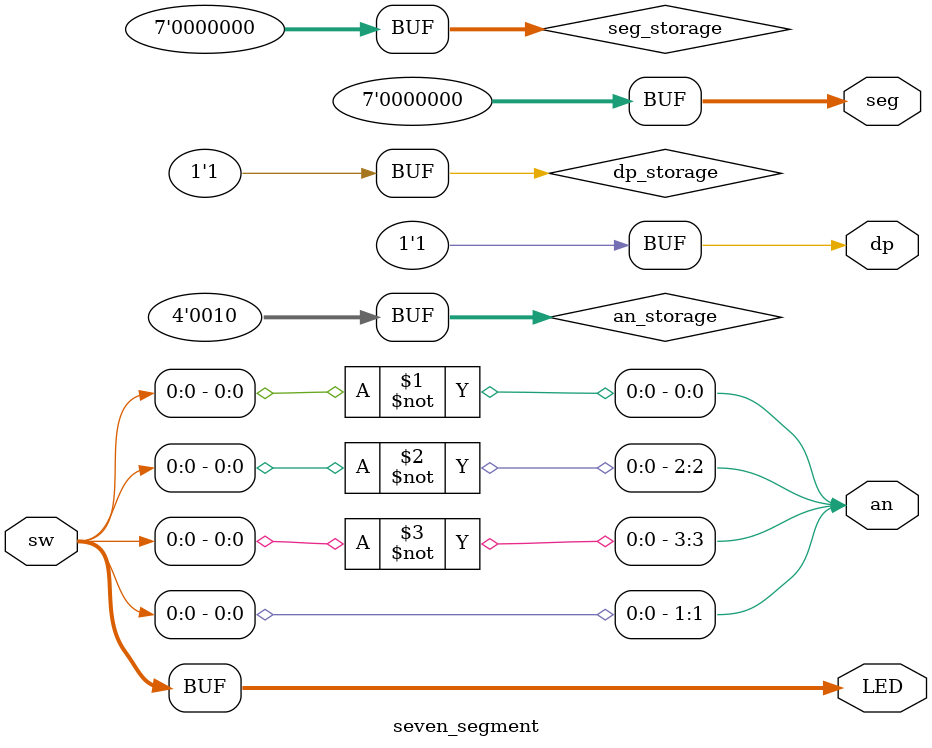
<source format=v>
`timescale 1ns / 1ps

module seven_segment(input [3:0]sw, output [3:0]LED, output dp, output [6:0]seg, output [3:0]an);

reg [6:0]seg_storage = 7'b0000_000; // the number 8 
reg dp_storage = 1'b1;              // dp is disabled 
reg [3:0]an_storage = 4'b0010;      // 88X8

// Method 1 - Assign the an and reg with data from a register
// assign an = an_storage; 
// assign seg = seg_storage;
// assign dp = dp_storage; 

// Method 2 - Assign the an and reg manually (1 by 1) 
// Note here that outputs such as leds can be used to assign to another output 
assign an[0] = ~LED[0];
assign an[1] = LED[0];
assign an[2] = ~LED[0];
assign an[3] = ~LED[0];
assign seg = seg_storage;
assign dp = dp_storage; 

// Assigning switches to leds
assign LED[0] = sw[0];
assign LED[1] = sw[1];
assign LED[2] = sw[2];
assign LED[3] = sw[3];


endmodule

</source>
